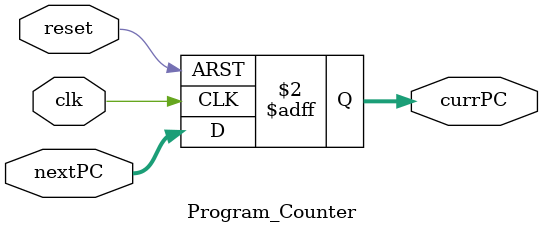
<source format=v>
`timescale 1ns / 1ps


module Program_Counter(
    input clk,
    input reset,
    input [9:0] nextPC, //10 bit address -> 2^10 byte of memory
    output reg [9:0] currPC
    );
    
    always @ (posedge clk or posedge reset) begin
        if (reset) begin
            currPC <= 0;
        end
        else begin
            currPC <= nextPC;
        end
    end
endmodule

</source>
